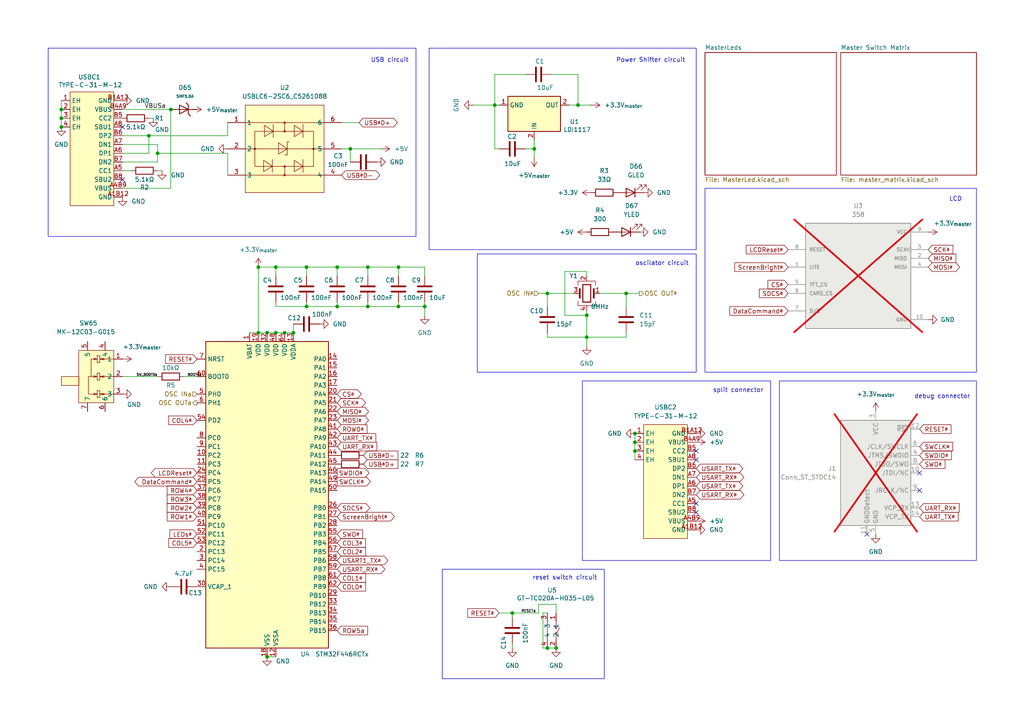
<source format=kicad_sch>
(kicad_sch (version 20250114) (generator "eeschema") (generator_version "9.0")
  (paper "A4")
  (lib_symbols
    (symbol "Connector:Conn_ST_STDC14"
      (property "Reference" "J" (at -8.89 16.51 0))
      (property "Value" "Conn_ST_STDC14" (at 17.78 16.51 0))
      (symbol "Conn_ST_STDC14_1_1"
        (pin no_connect line (at -10.16 5.08 0) (length 2.54) (hide yes) (name "NC") (number "1"))
        (pin no_connect line (at -10.16 2.54 0) (length 2.54) (hide yes) (name "NC") (number "2"))
        (pin passive line (at -2.54 -17.78 90) (length 2.54) (name "GNDDetect") (number "11"))
        (pin power_in line (at 0 17.78 270) (length 2.54) (name "VCC") (number "3"))
        (pin power_in line (at 0 -17.78 90) (length 2.54) (name "GND") (number "5"))
        (pin passive line (at 0 -17.78 90) (length 2.54) (hide yes) (name "GND") (number "7"))
        (pin open_collector line (at 12.7 12.7 180) (length 2.54) (name "~{RST}") (number "12"))
        (pin output line (at 12.7 7.62 180) (length 2.54) (name "JCLK/SWCLK") (number "6"))
        (pin bidirectional line (at 12.7 5.08 180) (length 2.54) (name "JTMS/SWDIO") (number "4"))
        (pin input line (at 12.7 2.54 180) (length 2.54) (name "JTDO/SWO") (number "8"))
        (pin output line (at 12.7 0 180) (length 2.54) (name "JTDI/NC") (number "10"))
        (pin input line (at 12.7 -5.08 180) (length 2.54) (name "JRCLK/NC") (number "9"))
        (pin output line (at 12.7 -10.16 180) (length 2.54) (name "VCP_RX") (number "13"))
        (pin input line (at 12.7 -12.7 180) (length 2.54) (name "VCP_TX") (number "14"))
      )
    )
    (symbol "Device:C" (pin_numbers (hide yes)) (pin_names (offset 0.254))
      (property "Reference" "C" (at 0.635 2.54 0))
      (property "Value" "C" (at 0.635 -2.54 0))
      (symbol "C_1_1"
        (pin passive line (at 0 3.81 270) (length 2.794) (name "~") (number "1"))
        (pin passive line (at 0 -3.81 90) (length 2.794) (name "~") (number "2"))
      )
    )
    (symbol "Device:Crystal_GND24" (pin_names (offset 1.016) (hide yes))
      (property "Reference" "Y" (at 3.175 5.08 0))
      (property "Value" "Crystal_GND24" (at 3.175 3.175 0))
      (symbol "Crystal_GND24_1_1"
        (pin passive line (at -3.81 0 0) (length 1.27) (name "1") (number "1"))
        (pin passive line (at 0 5.08 270) (length 1.27) (name "2") (number "2"))
        (pin passive line (at 0 -5.08 90) (length 1.27) (name "4") (number "4"))
        (pin passive line (at 3.81 0 180) (length 1.27) (name "3") (number "3"))
      )
    )
    (symbol "Device:LED" (pin_numbers (hide yes)) (pin_names (offset 1.016) (hide yes))
      (property "Reference" "D" (at 0 2.54 0))
      (property "Value" "LED" (at 0 -2.54 0))
      (symbol "LED_1_1"
        (pin passive line (at -3.81 0 0) (length 2.54) (name "K") (number "1"))
        (pin passive line (at 3.81 0 180) (length 2.54) (name "A") (number "2"))
      )
    )
    (symbol "Device:R" (pin_numbers (hide yes)) (pin_names (offset 0))
      (property "Reference" "R" (at 2.032 0 90))
      (property "Value" "R" (at 0 0 90))
      (symbol "R_1_1"
        (pin passive line (at 0 3.81 270) (length 1.27) (name "~") (number "1"))
        (pin passive line (at 0 -3.81 90) (length 1.27) (name "~") (number "2"))
      )
    )
    (symbol "MCU_ST_STM32F4:STM32F446RCTx"
      (property "Reference" "U" (at -17.78 46.99 0))
      (property "Value" "STM32F446RCTx" (at 10.16 46.99 0))
      (symbol "STM32F446RCTx_1_1"
        (pin input line (at -20.32 40.64 0) (length 2.54) (name "NRST") (number "7"))
        (pin input line (at -20.32 35.56 0) (length 2.54) (name "BOOT0") (number "60"))
        (pin bidirectional line (at -20.32 30.48 0) (length 2.54) (name "PH0") (number "5"))
        (pin bidirectional line (at -20.32 27.94 0) (length 2.54) (name "PH1") (number "6"))
        (pin bidirectional line (at -20.32 22.86 0) (length 2.54) (name "PD2") (number "54"))
        (pin bidirectional line (at -20.32 17.78 0) (length 2.54) (name "PC0") (number "8"))
        (pin bidirectional line (at -20.32 15.24 0) (length 2.54) (name "PC1") (number "9"))
        (pin bidirectional line (at -20.32 12.7 0) (length 2.54) (name "PC2") (number "10"))
        (pin bidirectional line (at -20.32 10.16 0) (length 2.54) (name "PC3") (number "11"))
        (pin bidirectional line (at -20.32 7.62 0) (length 2.54) (name "PC4") (number "24"))
        (pin bidirectional line (at -20.32 5.08 0) (length 2.54) (name "PC5") (number "25"))
        (pin bidirectional line (at -20.32 2.54 0) (length 2.54) (name "PC6") (number "37"))
        (pin bidirectional line (at -20.32 0 0) (length 2.54) (name "PC7") (number "38"))
        (pin bidirectional line (at -20.32 -2.54 0) (length 2.54) (name "PC8") (number "39"))
        (pin bidirectional line (at -20.32 -5.08 0) (length 2.54) (name "PC9") (number "40"))
        (pin bidirectional line (at -20.32 -7.62 0) (length 2.54) (name "PC10") (number "51"))
        (pin bidirectional line (at -20.32 -10.16 0) (length 2.54) (name "PC11") (number "52"))
        (pin bidirectional line (at -20.32 -12.7 0) (length 2.54) (name "PC12") (number "53"))
        (pin bidirectional line (at -20.32 -15.24 0) (length 2.54) (name "PC13") (number "2"))
        (pin bidirectional line (at -20.32 -17.78 0) (length 2.54) (name "PC14") (number "3"))
        (pin bidirectional line (at -20.32 -20.32 0) (length 2.54) (name "PC15") (number "4"))
        (pin power_out line (at -20.32 -25.4 0) (length 2.54) (name "VCAP_1") (number "30"))
        (pin power_in line (at -5.08 48.26 270) (length 2.54) (name "VBAT") (number "1"))
        (pin power_in line (at -2.54 48.26 270) (length 2.54) (name "VDD") (number "19"))
        (pin power_in line (at 0 48.26 270) (length 2.54) (name "VDD") (number "32"))
        (pin power_in line (at 0 -45.72 90) (length 2.54) (name "VSS") (number "18"))
        (pin passive line (at 0 -45.72 90) (length 2.54) (hide yes) (name "VSS") (number "31"))
        (pin passive line (at 0 -45.72 90) (length 2.54) (hide yes) (name "VSS") (number "47"))
        (pin passive line (at 0 -45.72 90) (length 2.54) (hide yes) (name "VSS") (number "63"))
        (pin power_in line (at 2.54 48.26 270) (length 2.54) (name "VDD") (number "48"))
        (pin power_in line (at 2.54 -45.72 90) (length 2.54) (name "VSSA") (number "12"))
        (pin power_in line (at 5.08 48.26 270) (length 2.54) (name "VDD") (number "64"))
        (pin power_in line (at 7.62 48.26 270) (length 2.54) (name "VDDA") (number "13"))
        (pin bidirectional line (at 20.32 40.64 180) (length 2.54) (name "PA0") (number "14"))
        (pin bidirectional line (at 20.32 38.1 180) (length 2.54) (name "PA1") (number "15"))
        (pin bidirectional line (at 20.32 35.56 180) (length 2.54) (name "PA2") (number "16"))
        (pin bidirectional line (at 20.32 33.02 180) (length 2.54) (name "PA3") (number "17"))
        (pin bidirectional line (at 20.32 30.48 180) (length 2.54) (name "PA4") (number "20"))
        (pin bidirectional line (at 20.32 27.94 180) (length 2.54) (name "PA5") (number "21"))
        (pin bidirectional line (at 20.32 25.4 180) (length 2.54) (name "PA6") (number "22"))
        (pin bidirectional line (at 20.32 22.86 180) (length 2.54) (name "PA7") (number "23"))
        (pin bidirectional line (at 20.32 20.32 180) (length 2.54) (name "PA8") (number "41"))
        (pin bidirectional line (at 20.32 17.78 180) (length 2.54) (name "PA9") (number "42"))
        (pin bidirectional line (at 20.32 15.24 180) (length 2.54) (name "PA10") (number "43"))
        (pin bidirectional line (at 20.32 12.7 180) (length 2.54) (name "PA11") (number "44"))
        (pin bidirectional line (at 20.32 10.16 180) (length 2.54) (name "PA12") (number "45"))
        (pin bidirectional line (at 20.32 7.62 180) (length 2.54) (name "PA13") (number "46"))
        (pin bidirectional line (at 20.32 5.08 180) (length 2.54) (name "PA14") (number "49"))
        (pin bidirectional line (at 20.32 2.54 180) (length 2.54) (name "PA15") (number "50"))
        (pin bidirectional line (at 20.32 -2.54 180) (length 2.54) (name "PB0") (number "26"))
        (pin bidirectional line (at 20.32 -5.08 180) (length 2.54) (name "PB1") (number "27"))
        (pin bidirectional line (at 20.32 -7.62 180) (length 2.54) (name "PB2") (number "28"))
        (pin bidirectional line (at 20.32 -10.16 180) (length 2.54) (name "PB3") (number "55"))
        (pin bidirectional line (at 20.32 -12.7 180) (length 2.54) (name "PB4") (number "56"))
        (pin bidirectional line (at 20.32 -15.24 180) (length 2.54) (name "PB5") (number "57"))
        (pin bidirectional line (at 20.32 -17.78 180) (length 2.54) (name "PB6") (number "58"))
        (pin bidirectional line (at 20.32 -20.32 180) (length 2.54) (name "PB7") (number "59"))
        (pin bidirectional line (at 20.32 -22.86 180) (length 2.54) (name "PB8") (number "61"))
        (pin bidirectional line (at 20.32 -25.4 180) (length 2.54) (name "PB9") (number "62"))
        (pin bidirectional line (at 20.32 -27.94 180) (length 2.54) (name "PB10") (number "29"))
        (pin bidirectional line (at 20.32 -30.48 180) (length 2.54) (name "PB12") (number "33"))
        (pin bidirectional line (at 20.32 -33.02 180) (length 2.54) (name "PB13") (number "34"))
        (pin bidirectional line (at 20.32 -35.56 180) (length 2.54) (name "PB14") (number "35"))
        (pin bidirectional line (at 20.32 -38.1 180) (length 2.54) (name "PB15") (number "36"))
      )
    )
    (symbol "PCM_JLCPCB-Diodes:TVS-Uni,SMF5.0A" (pin_numbers (hide yes)) (pin_names (offset 0))
      (property "Reference" "D" (at 2.032 0.834 0))
      (property "Value" "SMF5.0A" (at 2.032 -1.2122 0))
      (symbol "TVS-Uni,SMF5.0A_1_1"
        (pin passive line (at 0 3.81 270) (length 3.81) (name "~") (number "2"))
        (pin passive line (at 0 -3.81 90) (length 3.81) (name "~") (number "1"))
      )
    )
    (symbol "Regulator_Linear:LT1963AxST-3.3"
      (property "Reference" "U6" (at 11.684 -2.286 0))
      (property "Value" "LDI1117" (at 12.446 -4.572 0))
      (symbol "LT1963AxST-3.3_1_1"
        (pin power_in line (at -10.16 2.54 0) (length 2.54) (name "GND") (number "1"))
        (pin power_in line (at 0 -7.62 90) (length 2.54) (name "IN") (number "2"))
        (pin power_out line (at 10.16 2.54 180) (length 2.54) (name "OUT") (number "2"))
      )
    )
    (symbol "easyeda2kicad:GT-TC020A-H035-L05"
      (property "Reference" "U" (at 0 5.08 0))
      (property "Value" "GT-TC020A-H035-L05" (at 0 -7.62 0))
      (symbol "GT-TC020A-H035-L05_0_1"
        (pin unspecified line (at -5.08 0 0) (length 2.54) (name "1") (number "1"))
        (pin unspecified line (at -5.08 -2.54 0) (length 2.54) (name "3") (number "3"))
        (pin unspecified line (at 5.08 0 180) (length 2.54) (name "2") (number "2"))
        (pin unspecified line (at 5.08 -2.54 180) (length 2.54) (name "4") (number "4"))
      )
    )
    (symbol "easyeda2kicad:MK-12C03-G015"
      (property "Reference" "SW" (at 0 12.7 0))
      (property "Value" "MK-12C03-G015" (at 0 -7.62 0))
      (symbol "MK-12C03-G015_0_1"
        (pin unspecified line (at -10.16 2.54 0) (length 2.54) (name "4") (number "4"))
        (pin unspecified line (at -10.16 -2.54 0) (length 2.54) (name "5") (number "5"))
        (pin unspecified line (at -5.08 7.62 270) (length 2.54) (name "1") (number "1"))
        (pin unspecified line (at 0 7.62 270) (length 2.54) (name "2") (number "2"))
        (pin unspecified line (at 5.08 7.62 270) (length 2.54) (name "3") (number "3"))
        (pin unspecified line (at 10.16 2.54 180) (length 2.54) (name "6") (number "6"))
        (pin unspecified line (at 10.16 -2.54 180) (length 2.54) (name "7") (number "7"))
      )
    )
    (symbol "easyeda2kicad:TYPE-C-31-M-12"
      (property "Reference" "USBC" (at 0 19.05 0))
      (property "Value" "TYPE-C-31-M-12" (at 0 -19.05 0))
      (symbol "TYPE-C-31-M-12_0_1"
        (pin unspecified line (at -8.89 13.97 0) (length 2.54) (name "GND") (number "A1B12"))
        (pin unspecified line (at -8.89 11.43 0) (length 2.54) (name "VBUS") (number "A4B9"))
        (pin unspecified line (at -8.89 8.89 0) (length 2.54) (name "SBU2") (number "B8"))
        (pin unspecified line (at -8.89 6.35 0) (length 2.54) (name "CC1") (number "A5"))
        (pin unspecified line (at -8.89 3.81 0) (length 2.54) (name "DN2") (number "B7"))
        (pin unspecified line (at -8.89 1.27 0) (length 2.54) (name "DP1") (number "A6"))
        (pin unspecified line (at -8.89 -1.27 0) (length 2.54) (name "DN1") (number "A7"))
        (pin unspecified line (at -8.89 -3.81 0) (length 2.54) (name "DP2") (number "B6"))
        (pin unspecified line (at -8.89 -6.35 0) (length 2.54) (name "SBU1") (number "A8"))
        (pin unspecified line (at -8.89 -8.89 0) (length 2.54) (name "CC2") (number "B5"))
        (pin unspecified line (at -8.89 -11.43 0) (length 2.54) (name "VBUS") (number "B4A9"))
        (pin unspecified line (at -8.89 -13.97 0) (length 2.54) (name "GND") (number "B1A12"))
        (pin unspecified line (at 8.89 -6.35 180) (length 2.54) (name "EH") (number "4"))
        (pin unspecified line (at 8.89 -8.89 180) (length 2.54) (name "EH") (number "3"))
        (pin unspecified line (at 8.89 -11.43 180) (length 2.54) (name "EH") (number "2"))
        (pin unspecified line (at 8.89 -13.97 180) (length 2.54) (name "EH") (number "1"))
      )
    )
    (symbol "easyeda2kicad:USBLC6-2SC6_C5261088"
      (property "Reference" "U" (at 0 12.7 0))
      (property "Value" "USBLC6-2SC6_C5261088" (at 0 -12.7 0))
      (symbol "USBLC6-2SC6_C5261088_0_1"
        (pin input line (at -16.51 7.62 0) (length 5.08) (name "1") (number "1"))
        (pin input line (at -16.51 0 0) (length 5.08) (name "2") (number "2"))
        (pin input line (at -16.51 -7.62 0) (length 5.08) (name "3") (number "3"))
        (pin input line (at 16.51 7.62 180) (length 5.08) (name "6") (number "6"))
        (pin input line (at 16.51 0 180) (length 5.08) (name "5") (number "5"))
        (pin input line (at 16.51 -7.62 180) (length 5.08) (name "4") (number "4"))
      )
    )
    (symbol "led:358" (pin_names (offset 1.016))
      (property "Reference" "U" (at -15.24 16.002 0))
      (property "Value" "358" (at -15.24 -17.78 0))
      (symbol "358_0_0"
        (pin input line (at -20.32 7.62 0) (length 5.08) (name "RESET") (number "8"))
        (pin input line (at -20.32 2.54 0) (length 5.08) (name "LITE") (number "1"))
        (pin input line (at -20.32 -2.54 0) (length 5.08) (name "TFT_CS") (number "5"))
        (pin input line (at -20.32 -5.08 0) (length 5.08) (name "CARD_CS") (number "6"))
        (pin input line (at -20.32 -10.16 0) (length 5.08) (name "D/C") (number "7"))
        (pin power_in line (at 20.32 12.7 180) (length 5.08) (name "VCC") (number "9"))
        (pin input clock (at 20.32 7.62 180) (length 5.08) (name "SCK") (number "3"))
        (pin output line (at 20.32 5.08 180) (length 5.08) (name "MISO") (number "2"))
        (pin input line (at 20.32 2.54 180) (length 5.08) (name "MOSI") (number "4"))
        (pin power_in line (at 20.32 -12.7 180) (length 5.08) (name "GND") (number "10"))
      )
    )
    (symbol "power:+3.3V" (power) (pin_numbers (hide yes)) (pin_names (offset 0) (hide yes))
      (property "Value" "+3.3V" (at 0 3.556 0))
      (symbol "+3.3V_1_1"
        (pin power_in line (at 0 0 90) (length 0) (name "~") (number "1"))
      )
    )
    (symbol "power:+5V" (power) (pin_numbers (hide yes)) (pin_names (offset 0) (hide yes))
      (property "Value" "+5V" (at 0 3.556 0))
      (symbol "+5V_1_1"
        (pin power_in line (at 0 0 90) (length 0) (name "~") (number "1"))
      )
    )
    (symbol "power:GND" (power) (pin_numbers (hide yes)) (pin_names (offset 0) (hide yes))
      (property "Value" "GND" (at 0 -3.81 0))
      (symbol "GND_1_1"
        (pin power_in line (at 0 0 270) (length 0) (name "~") (number "1"))
      )
    )
  )
  (rectangle (start 138.43 73.66) (end 201.93 107.95))
  (rectangle (start 124.46 13.97) (end 201.93 72.39))
  (rectangle (start 168.91 110.49) (end 223.52 162.56))
  (rectangle (start 128.27 165.1) (end 175.26 196.85))
  (rectangle (start 226.06 110.49) (end 283.21 162.56))
  (rectangle (start 204.47 54.61) (end 283.21 107.95))
  (rectangle (start 13.97 13.97) (end 120.65 68.58))
  (text "split connector" (at 214.122 113.284 0) (effects (font (size 1.27 1.27))))
  (text "oscilator circuit" (at 192.024 76.454 0) (effects (font (size 1.27 1.27))))
  (text "reset switch circuit\n" (at 163.83 167.64 0) (effects (font (size 1.27 1.27))))
  (text "debug connector" (at 273.304 115.062 0) (effects (font (size 1.27 1.27))))
  (text "USB circuit\n" (at 113.03 17.526 0) (effects (font (size 1.27 1.27))))
  (text "Power Shifter circuit" (at 188.722 17.526 0) (effects (font (size 1.27 1.27))))
  (text_box "LCD" (at 274.32 55.88 0) (size 6.35 3.81) (margins 0.9525 0.9525 0.9525 0.9525) (stroke (width -0.0001)) (effects (font (size 1.27 1.27)) (justify left top)))
  (junction (at 80.01 77.47))
  (junction (at 115.57 88.9))
  (junction (at 49.53 31.75))
  (junction (at 77.47 190.5))
  (junction (at 85.09 96.52))
  (junction (at 77.47 96.52))
  (junction (at 106.68 77.47))
  (junction (at 184.15 125.73))
  (junction (at 161.29 187.96))
  (junction (at 97.79 88.9))
  (junction (at 106.68 88.9))
  (junction (at 88.9 77.47))
  (junction (at 17.78 31.75))
  (junction (at 148.59 177.8))
  (junction (at 17.78 36.83))
  (junction (at 74.93 77.47))
  (junction (at 97.79 77.47))
  (junction (at 115.57 77.47))
  (junction (at 80.01 96.52))
  (junction (at 158.75 187.96))
  (junction (at 17.78 34.29))
  (junction (at 167.64 30.48))
  (junction (at 88.9 88.9))
  (junction (at 154.94 43.18))
  (junction (at 158.75 85.09))
  (junction (at 45.72 44.45))
  (junction (at 74.93 96.52))
  (junction (at 184.15 128.27))
  (junction (at 170.18 91.44))
  (junction (at 181.61 85.09))
  (junction (at 184.15 130.81))
  (junction (at 123.19 88.9))
  (junction (at 43.18 39.37))
  (junction (at 82.55 96.52))
  (junction (at 170.18 97.79))
  (junction (at 101.6 43.18))
  (junction (at 143.51 30.48))
  (no_connect (at 201.93 146.05))
  (no_connect (at 35.56 36.83))
  (no_connect (at 266.7 142.24))
  (no_connect (at 251.46 154.94))
  (no_connect (at 201.93 133.35))
  (no_connect (at 201.93 148.59))
  (no_connect (at 35.56 52.07))
  (no_connect (at 201.93 130.81))
  (no_connect (at 266.7 137.16))
  (wire (pts (xy 158.75 97.79) (xy 158.75 96.52)))
  (wire (pts (xy 167.64 30.48) (xy 171.45 30.48)))
  (wire (pts (xy 72.39 96.52) (xy 74.93 96.52)))
  (wire (pts (xy 157.48 187.96) (xy 158.75 187.96)))
  (wire (pts (xy 110.49 43.18) (xy 101.6 43.18)))
  (wire (pts (xy 97.79 80.01) (xy 97.79 77.47)))
  (wire (pts (xy 43.18 34.29) (xy 44.45 34.29)))
  (wire (pts (xy 106.68 88.9) (xy 115.57 88.9)))
  (wire (pts (xy 88.9 87.63) (xy 88.9 88.9)))
  (wire (pts (xy 143.51 21.59) (xy 143.51 30.48)))
  (wire (pts (xy 148.59 179.07) (xy 148.59 177.8)))
  (wire (pts (xy 49.53 54.61) (xy 49.53 31.75)))
  (wire (pts (xy 167.64 30.48) (xy 167.64 21.59)))
  (wire (pts (xy 156.21 175.26) (xy 161.29 175.26)))
  (wire (pts (xy 57.15 109.22) (xy 53.34 109.22)))
  (wire (pts (xy 115.57 77.47) (xy 115.57 80.01)))
  (wire (pts (xy 170.18 100.33) (xy 170.18 97.79)))
  (wire (pts (xy 17.78 34.29) (xy 17.78 36.83)))
  (wire (pts (xy 43.18 39.37) (xy 35.56 39.37)))
  (wire (pts (xy 43.18 39.37) (xy 66.04 39.37)))
  (wire (pts (xy 163.83 91.44) (xy 170.18 91.44)))
  (wire (pts (xy 45.72 41.91) (xy 35.56 41.91)))
  (wire (pts (xy 106.68 87.63) (xy 106.68 88.9)))
  (wire (pts (xy 123.19 91.44) (xy 123.19 88.9)))
  (wire (pts (xy 45.72 49.53) (xy 46.99 49.53)))
  (wire (pts (xy 152.4 43.18) (xy 154.94 43.18)))
  (wire (pts (xy 158.75 177.8) (xy 157.48 177.8)))
  (wire (pts (xy 35.56 44.45) (xy 43.18 44.45)))
  (wire (pts (xy 137.16 30.48) (xy 143.51 30.48)))
  (wire (pts (xy 80.01 77.47) (xy 88.9 77.47)))
  (wire (pts (xy 88.9 77.47) (xy 97.79 77.47)))
  (wire (pts (xy 97.79 77.47) (xy 106.68 77.47)))
  (wire (pts (xy 163.83 78.74) (xy 163.83 91.44)))
  (wire (pts (xy 144.78 177.8) (xy 148.59 177.8)))
  (wire (pts (xy 148.59 177.8) (xy 156.21 177.8)))
  (wire (pts (xy 80.01 88.9) (xy 88.9 88.9)))
  (wire (pts (xy 35.56 31.75) (xy 49.53 31.75)))
  (wire (pts (xy 74.93 77.47) (xy 74.93 96.52)))
  (wire (pts (xy 45.72 46.99) (xy 45.72 44.45)))
  (wire (pts (xy 88.9 88.9) (xy 97.79 88.9)))
  (wire (pts (xy 17.78 29.21) (xy 17.78 31.75)))
  (wire (pts (xy 35.56 54.61) (xy 49.53 54.61)))
  (wire (pts (xy 57.15 31.75) (xy 55.88 31.75)))
  (wire (pts (xy 170.18 91.44) (xy 170.18 90.17)))
  (wire (pts (xy 66.04 44.45) (xy 66.04 50.8)))
  (wire (pts (xy 35.56 46.99) (xy 45.72 46.99)))
  (wire (pts (xy 154.94 45.72) (xy 154.94 43.18)))
  (wire (pts (xy 80.01 190.5) (xy 77.47 190.5)))
  (wire (pts (xy 80.01 96.52) (xy 82.55 96.52)))
  (wire (pts (xy 181.61 85.09) (xy 181.61 88.9)))
  (wire (pts (xy 97.79 88.9) (xy 106.68 88.9)))
  (wire (pts (xy 74.93 77.47) (xy 80.01 77.47)))
  (wire (pts (xy 66.04 39.37) (xy 66.04 35.56)))
  (wire (pts (xy 101.6 46.99) (xy 101.6 43.18)))
  (wire (pts (xy 181.61 97.79) (xy 181.61 96.52)))
  (wire (pts (xy 143.51 43.18) (xy 144.78 43.18)))
  (wire (pts (xy 43.18 44.45) (xy 43.18 39.37)))
  (wire (pts (xy 104.14 35.56) (xy 99.06 35.56)))
  (wire (pts (xy 17.78 31.75) (xy 17.78 34.29)))
  (wire (pts (xy 106.68 77.47) (xy 115.57 77.47)))
  (wire (pts (xy 163.83 78.74) (xy 170.18 78.74)))
  (wire (pts (xy 101.6 43.18) (xy 99.06 43.18)))
  (wire (pts (xy 123.19 87.63) (xy 123.19 88.9)))
  (wire (pts (xy 74.93 96.52) (xy 77.47 96.52)))
  (wire (pts (xy 161.29 175.26) (xy 161.29 177.8)))
  (wire (pts (xy 45.72 44.45) (xy 45.72 41.91)))
  (wire (pts (xy 184.15 128.27) (xy 184.15 130.81)))
  (wire (pts (xy 143.51 30.48) (xy 143.51 43.18)))
  (wire (pts (xy 170.18 78.74) (xy 170.18 80.01)))
  (wire (pts (xy 173.99 85.09) (xy 181.61 85.09)))
  (wire (pts (xy 184.15 130.81) (xy 184.15 133.35)))
  (wire (pts (xy 152.4 21.59) (xy 143.51 21.59)))
  (wire (pts (xy 158.75 85.09) (xy 166.37 85.09)))
  (wire (pts (xy 167.64 21.59) (xy 160.02 21.59)))
  (wire (pts (xy 45.72 44.45) (xy 66.04 44.45)))
  (wire (pts (xy 82.55 96.52) (xy 85.09 96.52)))
  (wire (pts (xy 156.21 177.8) (xy 156.21 175.26)))
  (wire (pts (xy 170.18 91.44) (xy 170.18 97.79)))
  (wire (pts (xy 165.1 30.48) (xy 167.64 30.48)))
  (wire (pts (xy 80.01 80.01) (xy 80.01 77.47)))
  (wire (pts (xy 158.75 97.79) (xy 170.18 97.79)))
  (wire (pts (xy 35.56 49.53) (xy 38.1 49.53)))
  (wire (pts (xy 158.75 187.96) (xy 161.29 187.96)))
  (wire (pts (xy 77.47 96.52) (xy 80.01 96.52)))
  (wire (pts (xy 85.09 93.98) (xy 85.09 96.52)))
  (wire (pts (xy 123.19 77.47) (xy 123.19 80.01)))
  (wire (pts (xy 148.59 186.69) (xy 148.59 187.96)))
  (wire (pts (xy 184.15 125.73) (xy 184.15 128.27)))
  (wire (pts (xy 115.57 77.47) (xy 123.19 77.47)))
  (wire (pts (xy 115.57 88.9) (xy 123.19 88.9)))
  (wire (pts (xy 154.94 43.18) (xy 154.94 40.64)))
  (wire (pts (xy 156.21 85.09) (xy 158.75 85.09)))
  (wire (pts (xy 181.61 85.09) (xy 185.42 85.09)))
  (wire (pts (xy 158.75 85.09) (xy 158.75 88.9)))
  (wire (pts (xy 80.01 87.63) (xy 80.01 88.9)))
  (wire (pts (xy 88.9 80.01) (xy 88.9 77.47)))
  (wire (pts (xy 106.68 80.01) (xy 106.68 77.47)))
  (wire (pts (xy 35.56 109.22) (xy 45.72 109.22)))
  (wire (pts (xy 97.79 87.63) (xy 97.79 88.9)))
  (wire (pts (xy 143.51 30.48) (xy 144.78 30.48)))
  (wire (pts (xy 115.57 87.63) (xy 115.57 88.9)))
  (wire (pts (xy 157.48 177.8) (xy 157.48 187.96)))
  (wire (pts (xy 170.18 97.79) (xy 181.61 97.79)))
  (label "RESETa" (at 151.13 177.8 0) (effects (font (size 0.762 0.762))))
  (label "VBUSa" (at 41.91 31.75 0))
  (label "BOOT0a" (at 54.356 109.22 0) (effects (font (size 0.7 0.7))))
  (label "SW_BOOT0a" (at 45.72 109.22 180) (effects (font (size 0.7 0.7))))
  (global_label "ROW3^{a}" (shape input) (at 57.15 144.78 180) (property "Intersheetrefs" "${INTERSHEET_REFS}" (effects (hide yes))))
  (global_label "SWO^{a}" (shape input) (at 266.7 134.62 0) (property "Intersheetrefs" "${INTERSHEET_REFS}" (effects (hide yes))))
  (global_label "ROW1^{a}" (shape input) (at 57.15 149.86 180) (property "Intersheetrefs" "${INTERSHEET_REFS}" (effects (hide yes))))
  (global_label "RESET^{a}" (shape input) (at 266.7 124.46 0) (property "Intersheetrefs" "${INTERSHEET_REFS}" (effects (hide yes))))
  (global_label "USART_RX^{a}" (shape bidirectional) (at 201.93 143.51 0) (property "Intersheetrefs" "${INTERSHEET_REFS}" (effects (hide yes))))
  (global_label "DataCommand^{a}" (shape bidirectional) (at 57.15 139.7 180) (property "Intersheetrefs" "${INTERSHEET_REFS}" (effects (hide yes))))
  (global_label "USART_TX^{a}" (shape bidirectional) (at 201.93 135.89 0) (property "Intersheetrefs" "${INTERSHEET_REFS}" (effects (hide yes))))
  (global_label "RESET^{a}" (shape input) (at 57.15 104.14 180) (property "Intersheetrefs" "${INTERSHEET_REFS}" (effects (hide yes))))
  (global_label "CS^{a}" (shape input) (at 228.6 82.55 180) (property "Intersheetrefs" "${INTERSHEET_REFS}" (effects (hide yes))))
  (global_label "DataCommand^{a}" (shape input) (at 228.6 90.17 180) (property "Intersheetrefs" "${INTERSHEET_REFS}" (effects (hide yes))))
  (global_label "COL3^{a}" (shape input) (at 97.79 157.48 0) (property "Intersheetrefs" "${INTERSHEET_REFS}" (effects (hide yes))))
  (global_label "SDCS^{a}" (shape input) (at 228.6 85.09 180) (property "Intersheetrefs" "${INTERSHEET_REFS}" (effects (hide yes))))
  (global_label "MISO^{a}" (shape input) (at 269.24 74.93 0) (property "Intersheetrefs" "${INTERSHEET_REFS}" (effects (hide yes))))
  (global_label "ROW5a" (shape input) (at 97.79 182.88 0) (property "Intersheetrefs" "${INTERSHEET_REFS}" (effects (hide yes))))
  (global_label "USART_RX^{a}" (shape bidirectional) (at 97.79 165.1 0) (property "Intersheetrefs" "${INTERSHEET_REFS}" (effects (hide yes))))
  (global_label "USB^{a}D-" (shape input) (at 105.41 132.08 0) (property "Intersheetrefs" "${INTERSHEET_REFS}" (effects (hide yes))))
  (global_label "ScreenBright^{a}" (shape bidirectional) (at 97.79 149.86 0) (property "Intersheetrefs" "${INTERSHEET_REFS}" (effects (hide yes))))
  (global_label "COL2^{a}" (shape input) (at 97.79 160.02 0) (property "Intersheetrefs" "${INTERSHEET_REFS}" (effects (hide yes))))
  (global_label "LCDReset^{a}" (shape input) (at 228.6 72.39 180) (property "Intersheetrefs" "${INTERSHEET_REFS}" (effects (hide yes))))
  (global_label "ScreenBright^{a}" (shape input) (at 228.6 77.47 180) (property "Intersheetrefs" "${INTERSHEET_REFS}" (effects (hide yes))))
  (global_label "SDCS^{a}" (shape bidirectional) (at 97.79 147.32 0) (property "Intersheetrefs" "${INTERSHEET_REFS}" (effects (hide yes))))
  (global_label "UART_RX^{a}" (shape input) (at 266.7 147.32 0) (property "Intersheetrefs" "${INTERSHEET_REFS}" (effects (hide yes))))
  (global_label "RESET^{a}" (shape input) (at 144.78 177.8 180) (property "Intersheetrefs" "${INTERSHEET_REFS}" (effects (hide yes))))
  (global_label "SWCLK^{a}" (shape input) (at 266.7 129.54 0) (property "Intersheetrefs" "${INTERSHEET_REFS}" (effects (hide yes))))
  (global_label "COL5^{a}" (shape input) (at 57.15 157.48 180) (property "Intersheetrefs" "${INTERSHEET_REFS}" (effects (hide yes))))
  (global_label "MOSI^{a}" (shape bidirectional) (at 269.24 77.47 0) (property "Intersheetrefs" "${INTERSHEET_REFS}" (effects (hide yes))))
  (global_label "SCK^{a}" (shape input) (at 269.24 72.39 0) (property "Intersheetrefs" "${INTERSHEET_REFS}" (effects (hide yes))))
  (global_label "SWDIO^{a}" (shape input) (at 266.7 132.08 0) (property "Intersheetrefs" "${INTERSHEET_REFS}" (effects (hide yes))))
  (global_label "USART1_TX^{a}" (shape bidirectional) (at 97.79 162.56 0) (property "Intersheetrefs" "${INTERSHEET_REFS}" (effects (hide yes))))
  (global_label "LEDs^{a}" (shape input) (at 57.15 154.94 180) (property "Intersheetrefs" "${INTERSHEET_REFS}" (effects (hide yes))))
  (global_label "SWO^{a}" (shape input) (at 97.79 154.94 0) (property "Intersheetrefs" "${INTERSHEET_REFS}" (effects (hide yes))))
  (global_label "MISO^{a}" (shape bidirectional) (at 97.79 119.38 0) (property "Intersheetrefs" "${INTERSHEET_REFS}" (effects (hide yes))))
  (global_label "USB^{a}D+" (shape bidirectional) (at 104.14 35.56 0) (property "Intersheetrefs" "${INTERSHEET_REFS}" (effects (hide yes))))
  (global_label "SWCLK^{a}" (shape output) (at 97.79 139.7 0) (property "Intersheetrefs" "${INTERSHEET_REFS}" (effects (hide yes))))
  (global_label "SWDIO^{a}" (shape output) (at 97.79 137.16 0) (property "Intersheetrefs" "${INTERSHEET_REFS}" (effects (hide yes))))
  (global_label "COL4^{a}" (shape input) (at 57.15 121.92 180) (property "Intersheetrefs" "${INTERSHEET_REFS}" (effects (hide yes))))
  (global_label "UART_TX^{a}" (shape input) (at 97.79 127 0) (property "Intersheetrefs" "${INTERSHEET_REFS}" (effects (hide yes))))
  (global_label "COL0^{a}" (shape input) (at 97.79 170.18 0) (property "Intersheetrefs" "${INTERSHEET_REFS}" (effects (hide yes))))
  (global_label "LCDReset^{a}" (shape bidirectional) (at 57.15 137.16 180) (property "Intersheetrefs" "${INTERSHEET_REFS}" (effects (hide yes))))
  (global_label "USART_TX^{a}" (shape bidirectional) (at 201.93 140.97 0) (property "Intersheetrefs" "${INTERSHEET_REFS}" (effects (hide yes))))
  (global_label "USART_RX^{a}" (shape bidirectional) (at 201.93 138.43 0) (property "Intersheetrefs" "${INTERSHEET_REFS}" (effects (hide yes))))
  (global_label "ROW4^{a}" (shape input) (at 57.15 142.24 180) (property "Intersheetrefs" "${INTERSHEET_REFS}" (effects (hide yes))))
  (global_label "MOSI^{a}" (shape bidirectional) (at 97.79 121.92 0) (property "Intersheetrefs" "${INTERSHEET_REFS}" (effects (hide yes))))
  (global_label "USB^{a}D-" (shape bidirectional) (at 99.06 50.8 0) (property "Intersheetrefs" "${INTERSHEET_REFS}" (effects (hide yes))))
  (global_label "SCK^{a}" (shape bidirectional) (at 97.79 116.84 0) (property "Intersheetrefs" "${INTERSHEET_REFS}" (effects (hide yes))))
  (global_label "COL1^{a}" (shape input) (at 97.79 167.64 0) (property "Intersheetrefs" "${INTERSHEET_REFS}" (effects (hide yes))))
  (global_label "UART_TX^{a}" (shape input) (at 266.7 149.86 0) (property "Intersheetrefs" "${INTERSHEET_REFS}" (effects (hide yes))))
  (global_label "UART_RX^{a}" (shape input) (at 97.79 129.54 0) (property "Intersheetrefs" "${INTERSHEET_REFS}" (effects (hide yes))))
  (global_label "CS^{a}" (shape bidirectional) (at 97.79 114.3 0) (property "Intersheetrefs" "${INTERSHEET_REFS}" (effects (hide yes))))
  (global_label "ROW2^{a}" (shape input) (at 57.15 147.32 180) (property "Intersheetrefs" "${INTERSHEET_REFS}" (effects (hide yes))))
  (global_label "USB^{a}D+" (shape input) (at 105.41 134.62 0) (property "Intersheetrefs" "${INTERSHEET_REFS}" (effects (hide yes))))
  (global_label "ROW0^{a}" (shape input) (at 97.79 124.46 0) (property "Intersheetrefs" "${INTERSHEET_REFS}" (effects (hide yes))))
  (hierarchical_label "OSC OUT^{a}" (shape output) (at 185.42 85.09 0))
  (hierarchical_label "OSC IN^{a}" (shape input) (at 156.21 85.09 180))
  (hierarchical_label "OSC OUTa" (shape output) (at 57.15 116.84 180))
  (hierarchical_label "OSC INa" (shape input) (at 57.15 114.3 180))
  (symbol (lib_id "power:+5V") (at 201.93 128.27 270) (unit 1)
    (property "Reference" "#PWR028" (effects (hide yes)))
    (property "Value" "+5V" (at 205.74 128.2699 90) (effects (justify left)))
    (property "Description" "Power symbol creates a global label with name \"+5V\"" (effects (hide yes)))
  )
  (symbol (lib_id "Connector:Conn_ST_STDC14") (at 254 137.16 0) (unit 1) (dnp yes)
    (property "Reference" "J1" (at 242.57 135.8899 0) (effects (justify right)))
    (property "Value" "Conn_ST_STDC14" (at 242.57 138.4299 0) (effects (justify right)))
    (property "Footprint" "Connector_PinHeader_1.27mm:PinHeader_2x07_P1.27mm_Horizontal" (effects (hide yes)))
    (property "Datasheet" "https://www.st.com/content/ccc/resource/technical/document/user_manual/group1/99/49/91/b6/b2/3a/46/e5/DM00526767/files/DM00526767.pdf/jcr:content/translations/en.DM00526767.pdf" (effects (hide yes)))
    (property "Description" "ST Debug Connector, standard ARM Cortex-M SWD and JTAG interface plus UART" (effects (hide yes)))
  )
  (symbol (lib_id "power:+3.3V") (at 254 119.38 0) (unit 1)
    (property "Reference" "#PWR025" (effects (hide yes)))
    (property "Value" "+3.3V_{master}" (at 254 114.3 0))
    (property "Description" "Power symbol creates a global label with name \"+3.3V\"" (effects (hide yes)))
  )
  (symbol (lib_id "power:+3.3V") (at 269.24 67.31 270) (unit 1)
    (property "Reference" "#PWR017" (effects (hide yes)))
    (property "Value" "+3.3V_{master}" (at 270.764 64.77 90) (effects (justify left)))
    (property "Description" "Power symbol creates a global label with name \"+3.3V\"" (effects (hide yes)))
  )
  (symbol (lib_id "power:GND") (at 77.47 190.5 0) (unit 1)
    (property "Reference" "#PWR035" (effects (hide yes)))
    (property "Value" "GND" (at 80.01 191.7699 0) (effects (justify left)))
    (property "Description" "Power symbol creates a global label with name \"GND\" , ground" (effects (hide yes)))
  )
  (symbol (lib_id "power:GND") (at 44.45 34.29 0) (unit 1)
    (property "Reference" "#PWR05" (effects (hide yes)))
    (property "Value" "GND" (at 44.958 37.592 0) (effects (justify left)))
    (property "Description" "Power symbol creates a global label with name \"GND\" , ground" (effects (hide yes)))
  )
  (symbol (lib_id "power:GND") (at 186.69 55.88 90) (unit 1)
    (property "Reference" "#PWR013" (effects (hide yes)))
    (property "Value" "GND" (at 190.5 55.8799 90) (effects (justify right)))
    (property "Description" "Power symbol creates a global label with name \"GND\" , ground" (effects (hide yes)))
  )
  (symbol (lib_id "power:+3.3V") (at 171.45 30.48 270) (unit 1)
    (property "Reference" "#PWR03" (effects (hide yes)))
    (property "Value" "+3.3V_{master}" (at 175.26 30.4799 90) (effects (justify left)))
    (property "Description" "Power symbol creates a global label with name \"+3.3V\"" (effects (hide yes)))
  )
  (symbol (lib_id "power:+5V") (at 110.49 43.18 270) (unit 1)
    (property "Reference" "#PWR08" (effects (hide yes)))
    (property "Value" "+5V" (at 114.3 43.1799 90) (effects (justify left)))
    (property "Description" "Power symbol creates a global label with name \"+5V\"" (effects (hide yes)))
  )
  (symbol (lib_id "power:GND") (at 35.56 114.3 90) (unit 1)
    (property "Reference" "#PWR024" (effects (hide yes)))
    (property "Value" "GND" (at 36.83 117.348 90) (effects (justify right)))
    (property "Description" "Power symbol creates a global label with name \"GND\" , ground" (effects (hide yes)))
  )
  (symbol (lib_id "power:GND") (at 109.22 46.99 90) (unit 1)
    (property "Reference" "#PWR010" (effects (hide yes)))
    (property "Value" "GND" (at 113.03 46.9899 90) (effects (justify right)))
    (property "Description" "Power symbol creates a global label with name \"GND\" , ground" (effects (hide yes)))
  )
  (symbol (lib_id "power:GND") (at 184.15 125.73 270) (unit 1)
    (property "Reference" "#PWR026" (effects (hide yes)))
    (property "Value" "GND" (at 180.34 125.7299 90) (effects (justify right)))
    (property "Description" "Power symbol creates a global label with name \"GND\" , ground" (effects (hide yes)))
  )
  (symbol (lib_id "power:GND") (at 201.93 153.67 90) (unit 1)
    (property "Reference" "#PWR030" (effects (hide yes)))
    (property "Value" "GND" (at 205.74 153.6699 90) (effects (justify right)))
    (property "Description" "Power symbol creates a global label with name \"GND\" , ground" (effects (hide yes)))
  )
  (symbol (lib_id "power:GND") (at 92.71 93.98 90) (unit 1)
    (property "Reference" "#PWR021" (effects (hide yes)))
    (property "Value" "GND" (at 96.52 93.9799 90) (effects (justify right)))
    (property "Description" "Power symbol creates a global label with name \"GND\" , ground" (effects (hide yes)))
  )
  (symbol (lib_id "PCM_JLCPCB-Diodes:TVS-Uni,SMF5.0A") (at 53.34 31.75 90) (unit 1)
    (property "Reference" "D65" (at 53.6575 25.4 90))
    (property "Value" "SMF5.0A" (at 53.6575 27.94 90) (effects (font (size 0.8 0.8))))
    (property "Footprint" "PCM_JLCPCB:D_SOD-123FL" (effects (hide yes)))
    (property "Datasheet" "https://wmsc.lcsc.com/wmsc/upload/file/pdf/v2/lcsc/2312041000_hongjiacheng-SMF5-0A_C19077497.pdf" (effects (hide yes)))
    (property "Description" "27.4A 7.3V 200W 6.4V Unidirectional 5V SOD-123FL ESD and Surge Protection (TVS/ESD) ROHS" (effects (hide yes)))
    (property "LCSC" "C19077497" (effects (hide yes)))
    (property "Stock" "158412" (effects (hide yes)))
    (property "Price" "0.028USD" (effects (hide yes)))
    (property "Process" "SMT" (effects (hide yes)))
    (property "Minimum Qty" "15" (effects (hide yes)))
    (property "Attrition Qty" "4" (effects (hide yes)))
    (property "Class" "Preferred Component" (effects (hide yes)))
    (property "Category" "Circuit Protection,ESD And Surge Protection (TVS/ESD)" (effects (hide yes)))
    (property "Manufacturer" "hongjiacheng" (effects (hide yes)))
    (property "Part" "SMF5.0A" (effects (hide yes)))
    (property "LCSC Part" "C19077497" (effects (hide yes)))
  )
  (symbol (lib_id "led:358") (at 248.92 80.01 0) (unit 1) (dnp yes)
    (property "Reference" "U3" (at 248.92 59.69 0))
    (property "Value" "358" (at 248.92 62.23 0))
    (property "Footprint" "LCD:MODULE_358" (effects (hide yes)))
    (property "PARTREV" "2021-12-09" (effects (hide yes)))
    (property "MANUFACTURER" "Adafruit Industries" (effects (hide yes)))
    (property "STANDARD" "Manufacturer Recommendations" (effects (hide yes)))
  )
  (symbol (lib_id "power:GND") (at 49.53 170.18 270) (unit 1)
    (property "Reference" "#PWR032" (effects (hide yes)))
    (property "Value" "GND" (at 45.72 170.1799 90) (effects (justify right)))
    (property "Description" "Power symbol creates a global label with name \"GND\" , ground" (effects (hide yes)))
  )
  (symbol (lib_id "Device:C") (at 156.21 21.59 270) (unit 1)
    (property "Reference" "C1" (at 155.194 17.78 90) (effects (justify left)))
    (property "Value" "10uF" (at 155.702 25.4 90) (effects (justify left)))
    (property "Footprint" "Capacitor_SMD:C_1206_3216Metric" (effects (hide yes)))
    (property "Description" "Unpolarized capacitor" (effects (hide yes)))
    (property "LCSC" "C13585" (effects (hide yes)))
    (property "LCSC Part" "C13585" (effects (hide yes)))
  )
  (symbol (lib_id "Device:C") (at 123.19 83.82 0) (unit 1)
    (property "Reference" "C9" (at 119.38 81.28 0) (effects (justify left)))
    (property "Value" "10uF" (at 124.46 86.36 0) (effects (justify left)))
    (property "Footprint" "Capacitor_SMD:C_1206_3216Metric" (effects (hide yes)))
    (property "LCSC" "C13585" (effects (hide yes)))
    (property "LCSC Part" "C13585" (effects (hide yes)))
  )
  (symbol (lib_id "power:+5V") (at 154.94 45.72 180) (unit 1)
    (property "Reference" "#PWR09" (effects (hide yes)))
    (property "Value" "+5V_{master}" (at 154.94 50.8 0))
    (property "Description" "Power symbol creates a global label with name \"+5V\"" (effects (hide yes)))
  )
  (symbol (lib_id "Device:C") (at 148.59 182.88 180) (unit 1)
    (property "Reference" "C14" (at 146.05 186.436 90))
    (property "Value" "100nF" (at 152.4 183.642 90))
    (property "Footprint" "Capacitor_SMD:C_0805_2012Metric" (effects (hide yes)))
    (property "LCSC" "C48579599" (effects (hide yes)))
    (property "LCSC Part" "C48579599" (effects (hide yes)))
  )
  (symbol (lib_id "power:GND") (at 269.24 92.71 90) (unit 1)
    (property "Reference" "#PWR020" (effects (hide yes)))
    (property "Value" "GND" (at 272.796 92.71 90) (effects (justify right)))
    (property "Description" "Power symbol creates a global label with name \"GND\" , ground" (effects (hide yes)))
  )
  (symbol (lib_id "Device:R") (at 49.53 109.22 270) (unit 1)
    (property "Reference" "R5" (at 49.53 111.76 90))
    (property "Value" "10kΩ" (at 49.53 106.68 90))
    (property "Footprint" "Resistor_SMD:R_0805_2012Metric" (effects (hide yes)))
    (property "LCSC" "C84376" (effects (hide yes)))
    (property "LCSC Part" "C84376" (effects (hide yes)))
  )
  (symbol (lib_id "power:+3.3V") (at 74.93 77.47 0) (unit 1)
    (property "Reference" "#PWR018" (effects (hide yes)))
    (property "Value" "+3.3V_{master}" (at 74.93 72.39 0))
    (property "Description" "Power symbol creates a global label with name \"+3.3V\"" (effects (hide yes)))
  )
  (symbol (lib_id "Device:C") (at 80.01 83.82 0) (unit 1)
    (property "Reference" "C4" (at 76.2 81.28 0) (effects (justify left)))
    (property "Value" "100nF" (at 81.28 86.36 0) (effects (justify left)))
    (property "Footprint" "Capacitor_SMD:C_0805_2012Metric" (effects (hide yes)))
    (property "LCSC" "C48579599" (effects (hide yes)))
    (property "LCSC Part" "C48579599" (effects (hide yes)))
  )
  (symbol (lib_id "power:GND") (at 17.78 36.83 0) (unit 1)
    (property "Reference" "#PWR06" (effects (hide yes)))
    (property "Value" "GND" (at 17.78 41.91 0))
    (property "Description" "Power symbol creates a global label with name \"GND\" , ground" (effects (hide yes)))
  )
  (symbol (lib_id "power:GND") (at 123.19 91.44 0) (unit 1)
    (property "Reference" "#PWR019" (effects (hide yes)))
    (property "Value" "GND" (at 123.19 96.52 0))
    (property "Description" "Power symbol creates a global label with name \"GND\" , ground" (effects (hide yes)))
  )
  (symbol (lib_id "Device:R") (at 101.6 134.62 90) (unit 1)
    (property "Reference" "R7" (at 121.666 134.62 90))
    (property "Value" "22" (at 117.348 134.62 90))
    (property "Footprint" "Resistor_SMD:R_0402_1005Metric" (effects (hide yes)))
    (property "Description" "Resistor" (effects (hide yes)))
    (property "LCSC" "C2906914" (effects (hide yes)))
  )
  (symbol (lib_id "power:GND") (at 148.59 187.96 0) (unit 1)
    (property "Reference" "#PWR033" (effects (hide yes)))
    (property "Value" "GND" (at 148.59 193.04 0))
    (property "Description" "Power symbol creates a global label with name \"GND\" , ground" (effects (hide yes)))
  )
  (symbol (lib_id "power:+5V") (at 170.18 67.31 90) (unit 1)
    (property "Reference" "#PWR015" (effects (hide yes)))
    (property "Value" "+5V" (at 166.37 67.3099 90) (effects (justify left)))
    (property "Description" "Power symbol creates a global label with name \"+5V\"" (effects (hide yes)))
  )
  (symbol (lib_id "MCU_ST_STM32F4:STM32F446RCTx") (at 77.47 144.78 0) (unit 1)
    (property "Reference" "U4" (at 87.122 189.738 0) (effects (justify left)))
    (property "Value" "STM32F446RCTx" (at 91.44 189.738 0) (effects (justify left)))
    (property "Footprint" "Package_QFP:LQFP-64_10x10mm_P0.5mm" (effects (hide yes)))
    (property "Datasheet" "https://www.st.com/resource/en/datasheet/stm32f446rc.pdf" (effects (hide yes)))
    (property "Description" "STMicroelectronics Arm Cortex-M4 MCU, 256KB flash, 128KB RAM, 180 MHz, 1.8-3.6V, 50 GPIO, LQFP64" (effects (hide yes)))
    (property "LCSC" "C915971" (effects (hide yes)))
    (property "LCSC Part" "C915971" (effects (hide yes)))
  )
  (symbol (lib_id "Device:R") (at 101.6 132.08 90) (unit 1)
    (property "Reference" "R6" (at 121.666 132.08 90))
    (property "Value" "22" (at 117.348 132.08 90))
    (property "Footprint" "Resistor_SMD:R_0402_1005Metric" (effects (hide yes)))
    (property "Description" "Resistor" (effects (hide yes)))
    (property "LCSC" "C2906914" (effects (hide yes)))
  )
  (symbol (lib_id "power:+5V") (at 55.88 31.75 270) (unit 1)
    (property "Reference" "#PWR04" (effects (hide yes)))
    (property "Value" "+5V_{master}" (at 59.69 31.7499 90) (effects (justify left)))
    (property "Description" "Power symbol creates a global label with name \"+5V\"" (effects (hide yes)))
  )
  (symbol (lib_id "Device:C") (at 105.41 46.99 90) (unit 1)
    (property "Reference" "C3" (at 98.044 45.212 90))
    (property "Value" "100nF" (at 98.044 47.752 90))
    (property "Footprint" "Capacitor_SMD:C_0805_2012Metric" (effects (hide yes)))
    (property "Description" "Unpolarized capacitor" (effects (hide yes)))
    (property "LCSC" "C48579599" (effects (hide yes)))
    (property "LCSC Part" "C48579599" (effects (hide yes)))
  )
  (symbol (lib_id "easyeda2kicad:TYPE-C-31-M-12") (at 26.67 43.18 180) (unit 1)
    (property "Reference" "USBC1" (at 25.908 22.352 0))
    (property "Value" "TYPE-C-31-M-12" (at 26.162 24.638 0))
    (property "Footprint" "easyeda2kicad:USB-C_SMD-TYPE-C-31-M-12_1" (effects (hide yes)))
    (property "Datasheet" "https://lcsc.com/product-detail/USB-Type-C_Korean-Hroparts-Elec-TYPE-C-31-M-12_C165948.html" (effects (hide yes)))
    (property "LCSC Part" "C165948" (effects (hide yes)))
    (property "LCSC" "C165948" (effects (hide yes)))
  )
  (symbol (lib_id "Device:Crystal_GND24") (at 170.18 85.09 0) (mirror y) (unit 1)
    (property "Reference" "Y1" (at 166.37 80.01 0))
    (property "Value" "8MHz" (at 173.99 88.9 0))
    (property "Footprint" "Crystal:Crystal_SMD_Abracon_ABM3B-4Pin_5.0x3.2mm" (effects (hide yes)))
    (property "LCSC" "C1985378" (effects (hide yes)))
    (property "LCSC Part" "C1985378" (effects (hide yes)))
  )
  (symbol (lib_id "power:+3.3V") (at 171.45 55.88 90) (unit 1)
    (property "Reference" "#PWR012" (effects (hide yes)))
    (property "Value" "+3.3V" (at 167.64 55.8799 90) (effects (justify left)))
    (property "Description" "Power symbol creates a global label with name \"+3.3V\"" (effects (hide yes)))
  )
  (symbol (lib_id "Device:C") (at 97.79 83.82 0) (unit 1)
    (property "Reference" "C6" (at 93.98 81.28 0) (effects (justify left)))
    (property "Value" "100nF" (at 99.06 86.36 0) (effects (justify left)))
    (property "Footprint" "Capacitor_SMD:C_0805_2012Metric" (effects (hide yes)))
    (property "LCSC" "C48579599" (effects (hide yes)))
    (property "LCSC Part" "C48579599" (effects (hide yes)))
  )
  (symbol (lib_id "power:GND") (at 201.93 125.73 90) (unit 1)
    (property "Reference" "#PWR027" (effects (hide yes)))
    (property "Value" "GND" (at 205.74 125.7299 90) (effects (justify right)))
    (property "Description" "Power symbol creates a global label with name \"GND\" , ground" (effects (hide yes)))
  )
  (symbol (lib_id "Device:C") (at 158.75 92.71 0) (unit 1)
    (property "Reference" "C10" (at 153.67 90.17 0) (effects (justify left)))
    (property "Value" "15pF" (at 161.29 93.98 0) (effects (justify left)))
    (property "Footprint" "Capacitor_SMD:C_0402_1005Metric" (effects (hide yes)))
    (property "LCSC" "C441742" (effects (hide yes)))
    (property "LCSC Part" "C441742" (effects (hide yes)))
  )
  (symbol (lib_id "Device:C") (at 181.61 92.71 0) (unit 1)
    (property "Reference" "C11" (at 185.42 91.4399 0) (effects (justify left)))
    (property "Value" "15pF" (at 185.42 93.9799 0) (effects (justify left)))
    (property "Footprint" "Capacitor_SMD:C_0402_1005Metric" (effects (hide yes)))
    (property "LCSC" "C441742" (effects (hide yes)))
    (property "LCSC Part" "C441742" (effects (hide yes)))
  )
  (symbol (lib_id "power:GND") (at 170.18 100.33 0) (unit 1)
    (property "Reference" "#PWR022" (effects (hide yes)))
    (property "Value" "GND" (at 170.18 105.41 0))
    (property "Description" "Power symbol creates a global label with name \"GND\" , ground" (effects (hide yes)))
  )
  (symbol (lib_id "easyeda2kicad:GT-TC020A-H035-L05") (at 161.29 182.88 270) (unit 1)
    (property "Reference" "U5" (at 158.75 171.196 90) (effects (justify left)))
    (property "Value" "GT-TC020A-H035-L05" (at 149.86 173.482 90) (effects (justify left)))
    (property "Footprint" "easyeda2kicad:SW-SMD_GT-TC020B-H035-L05" (effects (hide yes)))
    (property "LCSC Part" "C17179533" (effects (hide yes)))
  )
  (symbol (lib_id "easyeda2kicad:TYPE-C-31-M-12") (at 193.04 139.7 180) (unit 1)
    (property "Reference" "USBC2" (at 193.04 118.11 0))
    (property "Value" "TYPE-C-31-M-12" (at 193.04 120.65 0))
    (property "Footprint" "easyeda2kicad:USB-C_SMD-TYPE-C-31-M-12_1" (effects (hide yes)))
    (property "Datasheet" "https://lcsc.com/product-detail/USB-Type-C_Korean-Hroparts-Elec-TYPE-C-31-M-12_C165948.html" (effects (hide yes)))
    (property "LCSC Part" "C165948" (effects (hide yes)))
    (property "LCSC" "C165948" (effects (hide yes)))
  )
  (symbol (lib_id "Device:LED") (at 181.61 67.31 180) (unit 1)
    (property "Reference" "D67" (at 183.1975 59.69 0))
    (property "Value" "YLED" (at 183.1975 62.23 0))
    (property "Footprint" "easyeda2kicad:LED0805-R-RD" (effects (hide yes)))
    (property "Datasheet" "https://www.lcsc.com/datasheet/C84261.pdf" (effects (hide yes)))
    (property "Description" "Light emitting diode" (effects (hide yes)))
    (property "Sim.Pins" "1=K 2=A" (effects (hide yes)))
    (property "LCSC" "C84261" (effects (hide yes)))
  )
  (symbol (lib_id "Device:C") (at 148.59 43.18 90) (unit 1)
    (property "Reference" "C2" (at 149.86 39.624 90) (effects (justify left)))
    (property "Value" "10uF" (at 151.13 47.498 90) (effects (justify left)))
    (property "Footprint" "Capacitor_SMD:C_1206_3216Metric" (effects (hide yes)))
    (property "Description" "Unpolarized capacitor" (effects (hide yes)))
    (property "LCSC" "C13585" (effects (hide yes)))
    (property "LCSC Part" "C13585" (effects (hide yes)))
  )
  (symbol (lib_id "power:GND") (at 185.42 67.31 90) (unit 1)
    (property "Reference" "#PWR016" (effects (hide yes)))
    (property "Value" "GND" (at 189.23 67.3099 90) (effects (justify right)))
    (property "Description" "Power symbol creates a global label with name \"GND\" , ground" (effects (hide yes)))
  )
  (symbol (lib_id "easyeda2kicad:MK-12C03-G015") (at 27.94 109.22 270) (unit 1)
    (property "Reference" "SW65" (at 25.654 93.726 90))
    (property "Value" "MK-12C03-G015" (at 24.892 96.266 90))
    (property "Footprint" "easyeda2kicad:SW-SMD_MK-12C03-G015" (effects (hide yes)))
    (property "LCSC Part" "C2890358" (effects (hide yes)))
    (property "LCSC" "C2890358" (effects (hide yes)))
  )
  (symbol (lib_id "power:+3.3V") (at 35.56 104.14 270) (unit 1)
    (property "Reference" "#PWR023" (effects (hide yes)))
    (property "Value" "+3.3V_{master}" (at 35.56 100.584 90) (effects (justify left)))
    (property "Description" "Power symbol creates a global label with name \"+3.3V\"" (effects (hide yes)))
  )
  (symbol (lib_id "Device:R") (at 41.91 49.53 270) (unit 1)
    (property "Reference" "R2" (at 41.91 54.356 90))
    (property "Value" "5.1kΩ" (at 41.91 52.07 90))
    (property "Footprint" "Resistor_SMD:R_0603_1608Metric" (effects (hide yes)))
    (property "LCSC" "C2907114" (effects (hide yes)))
    (property "LCSC Part" "C2907114" (effects (hide yes)))
  )
  (symbol (lib_id "Device:R") (at 173.99 67.31 270) (unit 1)
    (property "Reference" "R4" (at 173.99 60.96 90))
    (property "Value" "300" (at 173.99 63.5 90))
    (property "Footprint" "Resistor_SMD:R_0603_1608Metric" (effects (hide yes)))
    (property "Description" "Resistor" (effects (hide yes)))
    (property "LCSC" "C2907148" (effects (hide yes)))
  )
  (symbol (lib_id "power:GND") (at 137.16 30.48 270) (unit 1)
    (property "Reference" "#PWR02" (effects (hide yes)))
    (property "Value" "GND" (at 132.334 30.48 0))
    (property "Description" "Power symbol creates a global label with name \"GND\" , ground" (effects (hide yes)))
  )
  (symbol (lib_id "power:GND") (at 161.29 187.96 0) (unit 1)
    (property "Reference" "#PWR034" (effects (hide yes)))
    (property "Value" "GND" (at 161.29 193.04 0))
    (property "Description" "Power symbol creates a global label with name \"GND\" , ground" (effects (hide yes)))
  )
  (symbol (lib_id "Device:C") (at 53.34 170.18 90) (unit 1)
    (property "Reference" "C13" (at 56.642 171.958 90))
    (property "Value" "4.7uF" (at 53.34 166.37 90))
    (property "Footprint" "Capacitor_SMD:C_0603_1608Metric" (effects (hide yes)))
    (property "Description" "Unpolarized capacitor" (effects (hide yes)))
    (property "LCSC" "C1705" (effects (hide yes)))
    (property "LCSC Part" "C1705" (effects (hide yes)))
  )
  (symbol (lib_id "Device:R") (at 39.37 34.29 270) (unit 1)
    (property "Reference" "R1" (at 46.228 34.29 90))
    (property "Value" "5.1kΩ" (at 39.37 36.83 90))
    (property "Footprint" "Resistor_SMD:R_0603_1608Metric" (effects (hide yes)))
    (property "LCSC" "C2907114" (effects (hide yes)))
    (property "LCSC Part" "C2907114" (effects (hide yes)))
  )
  (symbol (lib_id "easyeda2kicad:USBLC6-2SC6_C5261088") (at 82.55 43.18 0) (unit 1)
    (property "Reference" "U2" (at 82.55 25.4 0))
    (property "Value" "USBLC6-2SC6_C5261088" (at 82.55 27.94 0))
    (property "Footprint" "Package_TO_SOT_SMD:SOT-23-6" (effects (hide yes)))
    (property "LCSC Part" "C5261088" (effects (hide yes)))
    (property "LCSC" "C5261088" (effects (hide yes)))
  )
  (symbol (lib_id "Device:C") (at 106.68 83.82 0) (unit 1)
    (property "Reference" "C7" (at 102.87 81.28 0) (effects (justify left)))
    (property "Value" "100nF" (at 107.95 86.36 0) (effects (justify left)))
    (property "Footprint" "Capacitor_SMD:C_0805_2012Metric" (effects (hide yes)))
    (property "LCSC" "C48579599" (effects (hide yes)))
    (property "LCSC Part" "C48579599" (effects (hide yes)))
  )
  (symbol (lib_id "power:GND") (at 254 154.94 0) (unit 1)
    (property "Reference" "#PWR031" (effects (hide yes)))
    (property "Value" "GND" (at 254 160.02 0))
    (property "Description" "Power symbol creates a global label with name \"GND\" , ground" (effects (hide yes)))
  )
  (symbol (lib_id "Device:R") (at 175.26 55.88 270) (unit 1)
    (property "Reference" "R3" (at 175.26 49.53 90))
    (property "Value" "33Ω" (at 175.26 52.07 90))
    (property "Footprint" "Resistor_SMD:R_0603_1608Metric" (effects (hide yes)))
    (property "Datasheet" "https://www.lcsc.com/datasheet/C108661.pdf" (effects (hide yes)))
    (property "Description" "Resistor" (effects (hide yes)))
    (property "LCSC" "C108661" (effects (hide yes)))
  )
  (symbol (lib_id "power:GND") (at 66.04 43.18 270) (unit 1)
    (property "Reference" "#PWR07" (effects (hide yes)))
    (property "Value" "GND" (at 62.23 43.1799 90) (effects (justify right)))
    (property "Description" "Power symbol creates a global label with name \"GND\" , ground" (effects (hide yes)))
  )
  (symbol (lib_id "Device:C") (at 115.57 83.82 0) (unit 1)
    (property "Reference" "C8" (at 111.76 81.28 0) (effects (justify left)))
    (property "Value" "100nF" (at 116.84 86.36 0) (effects (justify left)))
    (property "Footprint" "Capacitor_SMD:C_0805_2012Metric" (effects (hide yes)))
    (property "LCSC" "C48579599" (effects (hide yes)))
    (property "LCSC Part" "C48579599" (effects (hide yes)))
  )
  (symbol (lib_id "power:GND") (at 35.56 29.21 90) (unit 1)
    (property "Reference" "#PWR01" (effects (hide yes)))
    (property "Value" "GND" (at 39.37 29.2099 90) (effects (justify right)))
    (property "Description" "Power symbol creates a global label with name \"GND\" , ground" (effects (hide yes)))
  )
  (symbol (lib_id "power:GND") (at 46.99 49.53 0) (unit 1)
    (property "Reference" "#PWR011" (effects (hide yes)))
    (property "Value" "GND" (at 49.53 50.7999 0) (effects (justify left)))
    (property "Description" "Power symbol creates a global label with name \"GND\" , ground" (effects (hide yes)))
  )
  (symbol (lib_id "Device:C") (at 88.9 93.98 90) (unit 1)
    (property "Reference" "C12" (at 85.344 92.202 90))
    (property "Value" "100nF" (at 93.472 91.186 90))
    (property "Footprint" "Capacitor_SMD:C_0805_2012Metric" (effects (hide yes)))
    (property "Description" "Unpolarized capacitor" (effects (hide yes)))
    (property "LCSC" "C48579599" (effects (hide yes)))
    (property "LCSC Part" "C48579599" (effects (hide yes)))
  )
  (symbol (lib_id "power:GND") (at 35.56 57.15 0) (unit 1)
    (property "Reference" "#PWR014" (effects (hide yes)))
    (property "Value" "GND" (at 38.1 58.4199 0) (effects (justify left)))
    (property "Description" "Power symbol creates a global label with name \"GND\" , ground" (effects (hide yes)))
  )
  (symbol (lib_id "Device:LED") (at 182.88 55.88 180) (unit 1)
    (property "Reference" "D66" (at 184.4675 48.26 0))
    (property "Value" "GLED" (at 184.4675 50.8 0))
    (property "Footprint" "easyeda2kicad:LED0805-R-RD" (effects (hide yes)))
    (property "Datasheet" "https://www.lcsc.com/datasheet/C84260.pdf" (effects (hide yes)))
    (property "Description" "Light emitting diode" (effects (hide yes)))
    (property "Sim.Pins" "1=K 2=A" (effects (hide yes)))
    (property "LCSC" "C84260" (effects (hide yes)))
  )
  (symbol (lib_id "power:+5V") (at 201.93 151.13 270) (unit 1)
    (property "Reference" "#PWR029" (effects (hide yes)))
    (property "Value" "+5V" (at 205.74 151.1299 90) (effects (justify left)))
    (property "Description" "Power symbol creates a global label with name \"+5V\"" (effects (hide yes)))
  )
  (symbol (lib_id "Regulator_Linear:LT1963AxST-3.3") (at 154.94 33.02 0) (unit 1)
    (property "Reference" "U1" (at 166.624 35.306 0))
    (property "Value" "LDI1117" (at 167.386 37.592 0))
    (property "Footprint" "Package_TO_SOT_SMD:SOT-223-3_TabPin2" (effects (hide yes)))
    (property "Datasheet" "https://www.lcsc.com/datasheet/C6186.pdf" (effects (hide yes)))
    (property "Description" "Advanced Monolithic Systems AMS1117-3.3" (effects (hide yes)))
    (property "LCSC" "C6186" (effects (hide yes)))
    (property "LCSC Part" "C6186" (effects (hide yes)))
  )
  (symbol (lib_id "Device:C") (at 88.9 83.82 0) (unit 1)
    (property "Reference" "C5" (at 85.09 81.28 0) (effects (justify left)))
    (property "Value" "100nF" (at 90.17 86.36 0) (effects (justify left)))
    (property "Footprint" "Capacitor_SMD:C_0805_2012Metric" (effects (hide yes)))
    (property "LCSC" "C48579599" (effects (hide yes)))
    (property "LCSC Part" "C48579599" (effects (hide yes)))
  )
  (sheet (at 243.84 15.24) (size 39.37 35.56) (stroke (width 0.1524))
    (property "Sheetname" "Master Switch Matrix" (at 243.84 14.5284 0) (effects (justify left bottom)))
    (property "Sheetfile" "master_matrix.kicad_sch" (at 243.84 51.3846 0) (effects (justify left top)))
  )
  (sheet (at 204.47 15.24) (size 38.1 35.56) (stroke (width 0.1524))
    (property "Sheetname" "MasterLeds" (at 204.47 14.5284 0) (effects (justify left bottom)))
    (property "Sheetfile" "MasterLed.kicad_sch" (at 204.47 51.3846 0) (effects (justify left top)))
  )
)
</source>
